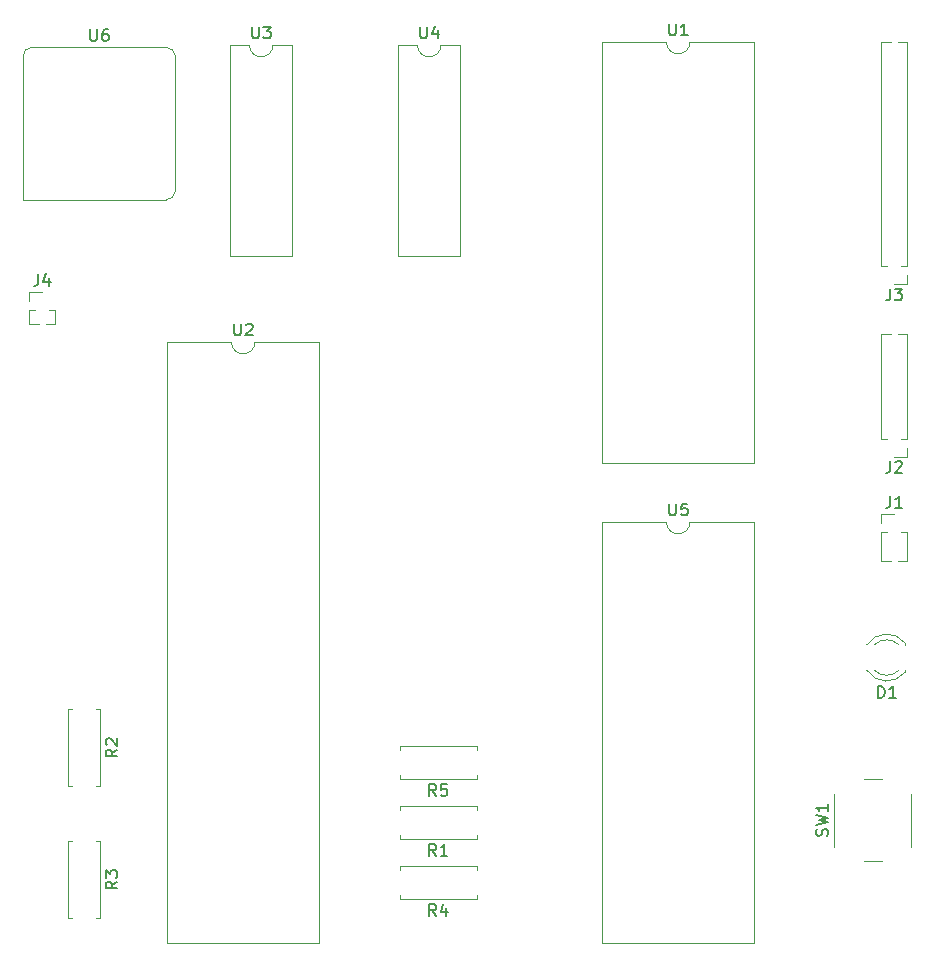
<source format=gbr>
G04 #@! TF.GenerationSoftware,KiCad,Pcbnew,5.1.4*
G04 #@! TF.CreationDate,2019-08-26T14:36:03+01:00*
G04 #@! TF.ProjectId,z802,7a383032-2e6b-4696-9361-645f70636258,rev?*
G04 #@! TF.SameCoordinates,Original*
G04 #@! TF.FileFunction,Legend,Top*
G04 #@! TF.FilePolarity,Positive*
%FSLAX46Y46*%
G04 Gerber Fmt 4.6, Leading zero omitted, Abs format (unit mm)*
G04 Created by KiCad (PCBNEW 5.1.4) date 2019-08-26 14:36:03*
%MOMM*%
%LPD*%
G04 APERTURE LIST*
%ADD10C,0.120000*%
%ADD11C,0.150000*%
G04 APERTURE END LIST*
D10*
X128000000Y-53280000D02*
G75*
G02X126000000Y-53280000I-1000000J0D01*
G01*
X126000000Y-53280000D02*
X120540000Y-53280000D01*
X120540000Y-53280000D02*
X120540000Y-88960000D01*
X120540000Y-88960000D02*
X133460000Y-88960000D01*
X133460000Y-88960000D02*
X133460000Y-53280000D01*
X133460000Y-53280000D02*
X128000000Y-53280000D01*
X133460000Y-93920000D02*
X128000000Y-93920000D01*
X133460000Y-129600000D02*
X133460000Y-93920000D01*
X120540000Y-129600000D02*
X133460000Y-129600000D01*
X120540000Y-93920000D02*
X120540000Y-129600000D01*
X126000000Y-93920000D02*
X120540000Y-93920000D01*
X128000000Y-93920000D02*
G75*
G02X126000000Y-93920000I-1000000J0D01*
G01*
X142980665Y-106488608D02*
G75*
G03X146213000Y-106645516I1672335J1078608D01*
G01*
X142980665Y-104331392D02*
G75*
G02X146213000Y-104174484I1672335J-1078608D01*
G01*
X143611870Y-106489837D02*
G75*
G03X145693961Y-106490000I1041130J1079837D01*
G01*
X143611870Y-104330163D02*
G75*
G02X145693961Y-104330000I1041130J-1079837D01*
G01*
X146213000Y-106646000D02*
X146213000Y-106490000D01*
X146213000Y-104330000D02*
X146213000Y-104174000D01*
X146398000Y-53280000D02*
X145595530Y-53280000D01*
X144980470Y-53280000D02*
X144178000Y-53280000D01*
X146398000Y-72265000D02*
X146398000Y-53280000D01*
X144178000Y-72265000D02*
X144178000Y-53280000D01*
X146398000Y-72265000D02*
X145851471Y-72265000D01*
X144724529Y-72265000D02*
X144178000Y-72265000D01*
X146398000Y-73025000D02*
X146398000Y-73785000D01*
X146398000Y-73785000D02*
X145288000Y-73785000D01*
X146398000Y-78045000D02*
X145595530Y-78045000D01*
X144980470Y-78045000D02*
X144178000Y-78045000D01*
X146398000Y-86870000D02*
X146398000Y-78045000D01*
X144178000Y-86870000D02*
X144178000Y-78045000D01*
X146398000Y-86870000D02*
X145851471Y-86870000D01*
X144724529Y-86870000D02*
X144178000Y-86870000D01*
X146398000Y-87630000D02*
X146398000Y-88390000D01*
X146398000Y-88390000D02*
X145288000Y-88390000D01*
X144178000Y-97215000D02*
X144980470Y-97215000D01*
X145595530Y-97215000D02*
X146398000Y-97215000D01*
X144178000Y-94740000D02*
X144178000Y-97215000D01*
X146398000Y-94740000D02*
X146398000Y-97215000D01*
X144178000Y-94740000D02*
X144724529Y-94740000D01*
X145851471Y-94740000D02*
X146398000Y-94740000D01*
X144178000Y-93980000D02*
X144178000Y-93220000D01*
X144178000Y-93220000D02*
X145288000Y-93220000D01*
X109950000Y-120420000D02*
X109950000Y-120750000D01*
X109950000Y-120750000D02*
X103410000Y-120750000D01*
X103410000Y-120750000D02*
X103410000Y-120420000D01*
X109950000Y-118340000D02*
X109950000Y-118010000D01*
X109950000Y-118010000D02*
X103410000Y-118010000D01*
X103410000Y-118010000D02*
X103410000Y-118340000D01*
X75338000Y-116300000D02*
X75668000Y-116300000D01*
X75338000Y-109760000D02*
X75338000Y-116300000D01*
X75668000Y-109760000D02*
X75338000Y-109760000D01*
X78078000Y-116300000D02*
X77748000Y-116300000D01*
X78078000Y-109760000D02*
X78078000Y-116300000D01*
X77748000Y-109760000D02*
X78078000Y-109760000D01*
X77748000Y-120936000D02*
X78078000Y-120936000D01*
X78078000Y-120936000D02*
X78078000Y-127476000D01*
X78078000Y-127476000D02*
X77748000Y-127476000D01*
X75668000Y-120936000D02*
X75338000Y-120936000D01*
X75338000Y-120936000D02*
X75338000Y-127476000D01*
X75338000Y-127476000D02*
X75668000Y-127476000D01*
X103410000Y-123090000D02*
X103410000Y-123420000D01*
X109950000Y-123090000D02*
X103410000Y-123090000D01*
X109950000Y-123420000D02*
X109950000Y-123090000D01*
X103410000Y-125830000D02*
X103410000Y-125500000D01*
X109950000Y-125830000D02*
X103410000Y-125830000D01*
X109950000Y-125500000D02*
X109950000Y-125830000D01*
X109950000Y-115340000D02*
X109950000Y-115670000D01*
X109950000Y-115670000D02*
X103410000Y-115670000D01*
X103410000Y-115670000D02*
X103410000Y-115340000D01*
X109950000Y-113260000D02*
X109950000Y-112930000D01*
X109950000Y-112930000D02*
X103410000Y-112930000D01*
X103410000Y-112930000D02*
X103410000Y-113260000D01*
X146724000Y-121428000D02*
X146724000Y-116928000D01*
X142724000Y-122678000D02*
X144224000Y-122678000D01*
X140224000Y-116928000D02*
X140224000Y-121428000D01*
X144224000Y-115678000D02*
X142724000Y-115678000D01*
X91170000Y-78680000D02*
G75*
G02X89170000Y-78680000I-1000000J0D01*
G01*
X89170000Y-78680000D02*
X83710000Y-78680000D01*
X83710000Y-78680000D02*
X83710000Y-129600000D01*
X83710000Y-129600000D02*
X96630000Y-129600000D01*
X96630000Y-129600000D02*
X96630000Y-78680000D01*
X96630000Y-78680000D02*
X91170000Y-78680000D01*
X92694000Y-53534000D02*
G75*
G02X90694000Y-53534000I-1000000J0D01*
G01*
X90694000Y-53534000D02*
X89044000Y-53534000D01*
X89044000Y-53534000D02*
X89044000Y-71434000D01*
X89044000Y-71434000D02*
X94344000Y-71434000D01*
X94344000Y-71434000D02*
X94344000Y-53534000D01*
X94344000Y-53534000D02*
X92694000Y-53534000D01*
X108568000Y-53534000D02*
X106918000Y-53534000D01*
X108568000Y-71434000D02*
X108568000Y-53534000D01*
X103268000Y-71434000D02*
X108568000Y-71434000D01*
X103268000Y-53534000D02*
X103268000Y-71434000D01*
X104918000Y-53534000D02*
X103268000Y-53534000D01*
X106918000Y-53534000D02*
G75*
G02X104918000Y-53534000I-1000000J0D01*
G01*
X71528000Y-54498000D02*
X71528000Y-66648000D01*
X83678000Y-53748000D02*
X72278000Y-53748000D01*
X84428000Y-65898000D02*
X84428000Y-54498000D01*
X71528000Y-66648000D02*
X83678000Y-66648000D01*
X83678000Y-66648000D02*
G75*
G03X84428000Y-65898000I0J750000D01*
G01*
X84428000Y-54498000D02*
G75*
G03X83678000Y-53748000I-750000J0D01*
G01*
X72278000Y-53748000D02*
G75*
G03X71528000Y-54498000I0J-750000D01*
G01*
X72042000Y-77149000D02*
X72844470Y-77149000D01*
X73459530Y-77149000D02*
X74262000Y-77149000D01*
X72042000Y-75944000D02*
X72042000Y-77149000D01*
X74262000Y-75944000D02*
X74262000Y-77149000D01*
X72042000Y-75944000D02*
X72588529Y-75944000D01*
X73715471Y-75944000D02*
X74262000Y-75944000D01*
X72042000Y-75184000D02*
X72042000Y-74424000D01*
X72042000Y-74424000D02*
X73152000Y-74424000D01*
D11*
X126238095Y-51732380D02*
X126238095Y-52541904D01*
X126285714Y-52637142D01*
X126333333Y-52684761D01*
X126428571Y-52732380D01*
X126619047Y-52732380D01*
X126714285Y-52684761D01*
X126761904Y-52637142D01*
X126809523Y-52541904D01*
X126809523Y-51732380D01*
X127809523Y-52732380D02*
X127238095Y-52732380D01*
X127523809Y-52732380D02*
X127523809Y-51732380D01*
X127428571Y-51875238D01*
X127333333Y-51970476D01*
X127238095Y-52018095D01*
X126238095Y-92372380D02*
X126238095Y-93181904D01*
X126285714Y-93277142D01*
X126333333Y-93324761D01*
X126428571Y-93372380D01*
X126619047Y-93372380D01*
X126714285Y-93324761D01*
X126761904Y-93277142D01*
X126809523Y-93181904D01*
X126809523Y-92372380D01*
X127761904Y-92372380D02*
X127285714Y-92372380D01*
X127238095Y-92848571D01*
X127285714Y-92800952D01*
X127380952Y-92753333D01*
X127619047Y-92753333D01*
X127714285Y-92800952D01*
X127761904Y-92848571D01*
X127809523Y-92943809D01*
X127809523Y-93181904D01*
X127761904Y-93277142D01*
X127714285Y-93324761D01*
X127619047Y-93372380D01*
X127380952Y-93372380D01*
X127285714Y-93324761D01*
X127238095Y-93277142D01*
X143914904Y-108822380D02*
X143914904Y-107822380D01*
X144153000Y-107822380D01*
X144295857Y-107870000D01*
X144391095Y-107965238D01*
X144438714Y-108060476D01*
X144486333Y-108250952D01*
X144486333Y-108393809D01*
X144438714Y-108584285D01*
X144391095Y-108679523D01*
X144295857Y-108774761D01*
X144153000Y-108822380D01*
X143914904Y-108822380D01*
X145438714Y-108822380D02*
X144867285Y-108822380D01*
X145153000Y-108822380D02*
X145153000Y-107822380D01*
X145057761Y-107965238D01*
X144962523Y-108060476D01*
X144867285Y-108108095D01*
X144954666Y-74172380D02*
X144954666Y-74886666D01*
X144907047Y-75029523D01*
X144811809Y-75124761D01*
X144668952Y-75172380D01*
X144573714Y-75172380D01*
X145335619Y-74172380D02*
X145954666Y-74172380D01*
X145621333Y-74553333D01*
X145764190Y-74553333D01*
X145859428Y-74600952D01*
X145907047Y-74648571D01*
X145954666Y-74743809D01*
X145954666Y-74981904D01*
X145907047Y-75077142D01*
X145859428Y-75124761D01*
X145764190Y-75172380D01*
X145478476Y-75172380D01*
X145383238Y-75124761D01*
X145335619Y-75077142D01*
X144954666Y-88777380D02*
X144954666Y-89491666D01*
X144907047Y-89634523D01*
X144811809Y-89729761D01*
X144668952Y-89777380D01*
X144573714Y-89777380D01*
X145383238Y-88872619D02*
X145430857Y-88825000D01*
X145526095Y-88777380D01*
X145764190Y-88777380D01*
X145859428Y-88825000D01*
X145907047Y-88872619D01*
X145954666Y-88967857D01*
X145954666Y-89063095D01*
X145907047Y-89205952D01*
X145335619Y-89777380D01*
X145954666Y-89777380D01*
X144954666Y-91737380D02*
X144954666Y-92451666D01*
X144907047Y-92594523D01*
X144811809Y-92689761D01*
X144668952Y-92737380D01*
X144573714Y-92737380D01*
X145954666Y-92737380D02*
X145383238Y-92737380D01*
X145668952Y-92737380D02*
X145668952Y-91737380D01*
X145573714Y-91880238D01*
X145478476Y-91975476D01*
X145383238Y-92023095D01*
X106513333Y-122202380D02*
X106180000Y-121726190D01*
X105941904Y-122202380D02*
X105941904Y-121202380D01*
X106322857Y-121202380D01*
X106418095Y-121250000D01*
X106465714Y-121297619D01*
X106513333Y-121392857D01*
X106513333Y-121535714D01*
X106465714Y-121630952D01*
X106418095Y-121678571D01*
X106322857Y-121726190D01*
X105941904Y-121726190D01*
X107465714Y-122202380D02*
X106894285Y-122202380D01*
X107180000Y-122202380D02*
X107180000Y-121202380D01*
X107084761Y-121345238D01*
X106989523Y-121440476D01*
X106894285Y-121488095D01*
X79530380Y-113196666D02*
X79054190Y-113530000D01*
X79530380Y-113768095D02*
X78530380Y-113768095D01*
X78530380Y-113387142D01*
X78578000Y-113291904D01*
X78625619Y-113244285D01*
X78720857Y-113196666D01*
X78863714Y-113196666D01*
X78958952Y-113244285D01*
X79006571Y-113291904D01*
X79054190Y-113387142D01*
X79054190Y-113768095D01*
X78625619Y-112815714D02*
X78578000Y-112768095D01*
X78530380Y-112672857D01*
X78530380Y-112434761D01*
X78578000Y-112339523D01*
X78625619Y-112291904D01*
X78720857Y-112244285D01*
X78816095Y-112244285D01*
X78958952Y-112291904D01*
X79530380Y-112863333D01*
X79530380Y-112244285D01*
X79530380Y-124372666D02*
X79054190Y-124706000D01*
X79530380Y-124944095D02*
X78530380Y-124944095D01*
X78530380Y-124563142D01*
X78578000Y-124467904D01*
X78625619Y-124420285D01*
X78720857Y-124372666D01*
X78863714Y-124372666D01*
X78958952Y-124420285D01*
X79006571Y-124467904D01*
X79054190Y-124563142D01*
X79054190Y-124944095D01*
X78530380Y-124039333D02*
X78530380Y-123420285D01*
X78911333Y-123753619D01*
X78911333Y-123610761D01*
X78958952Y-123515523D01*
X79006571Y-123467904D01*
X79101809Y-123420285D01*
X79339904Y-123420285D01*
X79435142Y-123467904D01*
X79482761Y-123515523D01*
X79530380Y-123610761D01*
X79530380Y-123896476D01*
X79482761Y-123991714D01*
X79435142Y-124039333D01*
X106513333Y-127282380D02*
X106180000Y-126806190D01*
X105941904Y-127282380D02*
X105941904Y-126282380D01*
X106322857Y-126282380D01*
X106418095Y-126330000D01*
X106465714Y-126377619D01*
X106513333Y-126472857D01*
X106513333Y-126615714D01*
X106465714Y-126710952D01*
X106418095Y-126758571D01*
X106322857Y-126806190D01*
X105941904Y-126806190D01*
X107370476Y-126615714D02*
X107370476Y-127282380D01*
X107132380Y-126234761D02*
X106894285Y-126949047D01*
X107513333Y-126949047D01*
X106513333Y-117122380D02*
X106180000Y-116646190D01*
X105941904Y-117122380D02*
X105941904Y-116122380D01*
X106322857Y-116122380D01*
X106418095Y-116170000D01*
X106465714Y-116217619D01*
X106513333Y-116312857D01*
X106513333Y-116455714D01*
X106465714Y-116550952D01*
X106418095Y-116598571D01*
X106322857Y-116646190D01*
X105941904Y-116646190D01*
X107418095Y-116122380D02*
X106941904Y-116122380D01*
X106894285Y-116598571D01*
X106941904Y-116550952D01*
X107037142Y-116503333D01*
X107275238Y-116503333D01*
X107370476Y-116550952D01*
X107418095Y-116598571D01*
X107465714Y-116693809D01*
X107465714Y-116931904D01*
X107418095Y-117027142D01*
X107370476Y-117074761D01*
X107275238Y-117122380D01*
X107037142Y-117122380D01*
X106941904Y-117074761D01*
X106894285Y-117027142D01*
X139628761Y-120511333D02*
X139676380Y-120368476D01*
X139676380Y-120130380D01*
X139628761Y-120035142D01*
X139581142Y-119987523D01*
X139485904Y-119939904D01*
X139390666Y-119939904D01*
X139295428Y-119987523D01*
X139247809Y-120035142D01*
X139200190Y-120130380D01*
X139152571Y-120320857D01*
X139104952Y-120416095D01*
X139057333Y-120463714D01*
X138962095Y-120511333D01*
X138866857Y-120511333D01*
X138771619Y-120463714D01*
X138724000Y-120416095D01*
X138676380Y-120320857D01*
X138676380Y-120082761D01*
X138724000Y-119939904D01*
X138676380Y-119606571D02*
X139676380Y-119368476D01*
X138962095Y-119178000D01*
X139676380Y-118987523D01*
X138676380Y-118749428D01*
X139676380Y-117844666D02*
X139676380Y-118416095D01*
X139676380Y-118130380D02*
X138676380Y-118130380D01*
X138819238Y-118225619D01*
X138914476Y-118320857D01*
X138962095Y-118416095D01*
X89408095Y-77132380D02*
X89408095Y-77941904D01*
X89455714Y-78037142D01*
X89503333Y-78084761D01*
X89598571Y-78132380D01*
X89789047Y-78132380D01*
X89884285Y-78084761D01*
X89931904Y-78037142D01*
X89979523Y-77941904D01*
X89979523Y-77132380D01*
X90408095Y-77227619D02*
X90455714Y-77180000D01*
X90550952Y-77132380D01*
X90789047Y-77132380D01*
X90884285Y-77180000D01*
X90931904Y-77227619D01*
X90979523Y-77322857D01*
X90979523Y-77418095D01*
X90931904Y-77560952D01*
X90360476Y-78132380D01*
X90979523Y-78132380D01*
X90932095Y-51986380D02*
X90932095Y-52795904D01*
X90979714Y-52891142D01*
X91027333Y-52938761D01*
X91122571Y-52986380D01*
X91313047Y-52986380D01*
X91408285Y-52938761D01*
X91455904Y-52891142D01*
X91503523Y-52795904D01*
X91503523Y-51986380D01*
X91884476Y-51986380D02*
X92503523Y-51986380D01*
X92170190Y-52367333D01*
X92313047Y-52367333D01*
X92408285Y-52414952D01*
X92455904Y-52462571D01*
X92503523Y-52557809D01*
X92503523Y-52795904D01*
X92455904Y-52891142D01*
X92408285Y-52938761D01*
X92313047Y-52986380D01*
X92027333Y-52986380D01*
X91932095Y-52938761D01*
X91884476Y-52891142D01*
X105156095Y-51986380D02*
X105156095Y-52795904D01*
X105203714Y-52891142D01*
X105251333Y-52938761D01*
X105346571Y-52986380D01*
X105537047Y-52986380D01*
X105632285Y-52938761D01*
X105679904Y-52891142D01*
X105727523Y-52795904D01*
X105727523Y-51986380D01*
X106632285Y-52319714D02*
X106632285Y-52986380D01*
X106394190Y-51938761D02*
X106156095Y-52653047D01*
X106775142Y-52653047D01*
X77216095Y-52200380D02*
X77216095Y-53009904D01*
X77263714Y-53105142D01*
X77311333Y-53152761D01*
X77406571Y-53200380D01*
X77597047Y-53200380D01*
X77692285Y-53152761D01*
X77739904Y-53105142D01*
X77787523Y-53009904D01*
X77787523Y-52200380D01*
X78692285Y-52200380D02*
X78501809Y-52200380D01*
X78406571Y-52248000D01*
X78358952Y-52295619D01*
X78263714Y-52438476D01*
X78216095Y-52628952D01*
X78216095Y-53009904D01*
X78263714Y-53105142D01*
X78311333Y-53152761D01*
X78406571Y-53200380D01*
X78597047Y-53200380D01*
X78692285Y-53152761D01*
X78739904Y-53105142D01*
X78787523Y-53009904D01*
X78787523Y-52771809D01*
X78739904Y-52676571D01*
X78692285Y-52628952D01*
X78597047Y-52581333D01*
X78406571Y-52581333D01*
X78311333Y-52628952D01*
X78263714Y-52676571D01*
X78216095Y-52771809D01*
X72818666Y-72941380D02*
X72818666Y-73655666D01*
X72771047Y-73798523D01*
X72675809Y-73893761D01*
X72532952Y-73941380D01*
X72437714Y-73941380D01*
X73723428Y-73274714D02*
X73723428Y-73941380D01*
X73485333Y-72893761D02*
X73247238Y-73608047D01*
X73866285Y-73608047D01*
M02*

</source>
